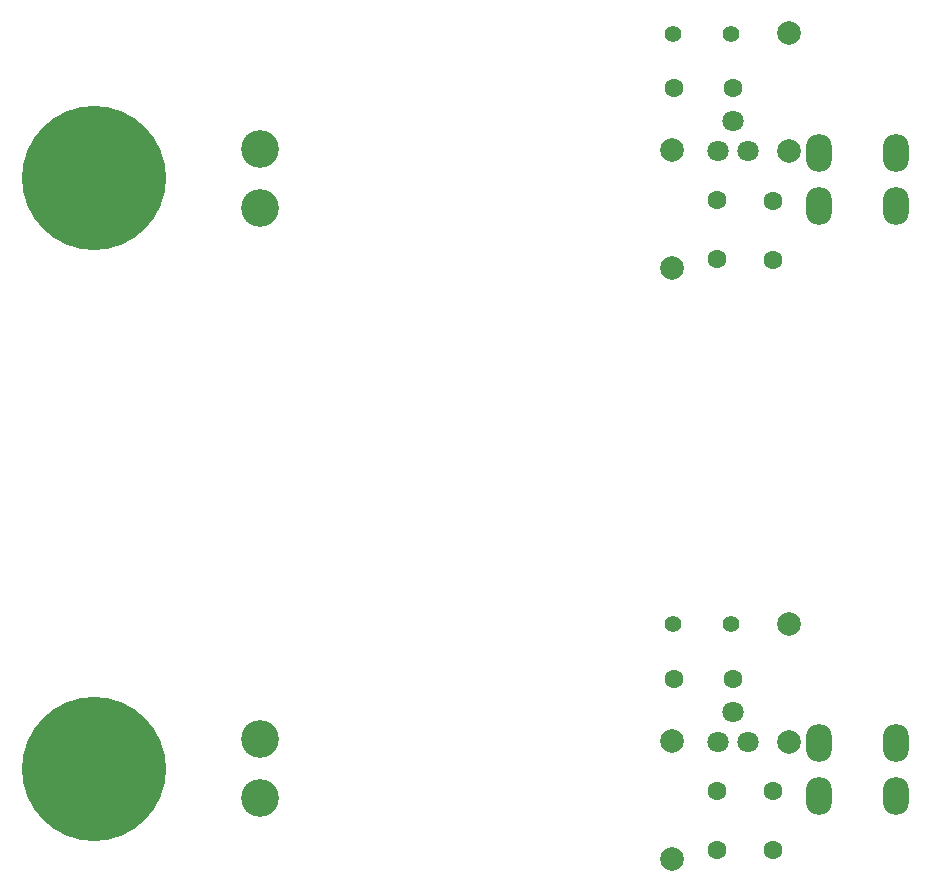
<source format=gbs>
G04*
G04 #@! TF.GenerationSoftware,Altium Limited,Altium Designer,21.0.8 (223)*
G04*
G04 Layer_Color=16711935*
%FSLAX44Y44*%
%MOMM*%
G71*
G04*
G04 #@! TF.SameCoordinates,78419CC2-0C4D-43F0-A895-43AD8DE1811A*
G04*
G04*
G04 #@! TF.FilePolarity,Negative*
G04*
G01*
G75*
%ADD29C,3.2032*%
%ADD33C,1.6032*%
%ADD34C,1.4032*%
%ADD35C,2.0032*%
%ADD36C,1.8032*%
%ADD37O,2.2032X3.2032*%
%ADD38C,12.2032*%
D29*
X576490Y594450D02*
D03*
Y544450D02*
D03*
Y1094450D02*
D03*
Y1044450D02*
D03*
D33*
X1010740Y550450D02*
D03*
Y500450D02*
D03*
X926515Y645675D02*
D03*
X976515D02*
D03*
X963240Y500950D02*
D03*
Y550950D02*
D03*
X1010740Y1050450D02*
D03*
Y1000450D02*
D03*
X926515Y1145675D02*
D03*
X976515D02*
D03*
X963240Y1000950D02*
D03*
Y1050950D02*
D03*
D34*
X925690Y691950D02*
D03*
X975490D02*
D03*
X925690Y1191950D02*
D03*
X975490D02*
D03*
D35*
X1024240Y692200D02*
D03*
Y592200D02*
D03*
X924740Y493200D02*
D03*
Y593200D02*
D03*
X1024240Y1192200D02*
D03*
Y1092200D02*
D03*
X924740Y993200D02*
D03*
Y1093200D02*
D03*
D36*
X976540Y617600D02*
D03*
X989240Y592200D02*
D03*
X963840D02*
D03*
X976540Y1117600D02*
D03*
X989240Y1092200D02*
D03*
X963840D02*
D03*
D37*
X1114990Y591255D02*
D03*
Y546255D02*
D03*
X1049990Y591255D02*
D03*
Y546255D02*
D03*
X1114990Y1091255D02*
D03*
Y1046255D02*
D03*
X1049990Y1091255D02*
D03*
Y1046255D02*
D03*
D38*
X435990Y569700D02*
D03*
Y1069700D02*
D03*
M02*

</source>
